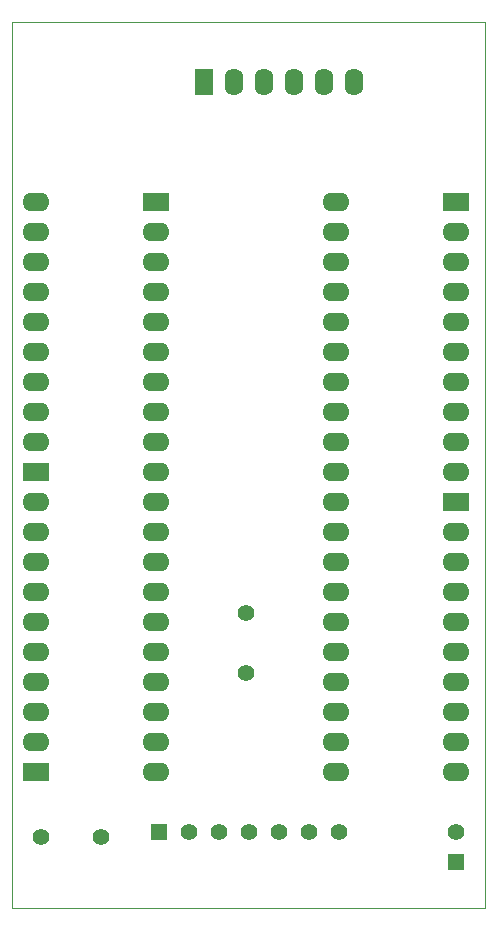
<source format=gbs>
G04 #@! TF.FileFunction,Soldermask,Bot*
%FSLAX46Y46*%
G04 Gerber Fmt 4.6, Leading zero omitted, Abs format (unit mm)*
G04 Created by KiCad (PCBNEW (2015-01-16 BZR 5376)-product) date 6/25/2015 4:24:30 PM*
%MOMM*%
G01*
G04 APERTURE LIST*
%ADD10C,0.150000*%
%ADD11C,0.100000*%
%ADD12R,1.574800X2.286000*%
%ADD13O,1.574800X2.286000*%
%ADD14R,2.286000X1.574800*%
%ADD15O,2.286000X1.574800*%
%ADD16C,1.422400*%
%ADD17R,1.397000X1.397000*%
%ADD18C,1.397000*%
G04 APERTURE END LIST*
D10*
D11*
X228500000Y-150000000D02*
X188500000Y-150000000D01*
X228500000Y-75000000D02*
X228500000Y-150000000D01*
X188500000Y-75000000D02*
X188500000Y-150000000D01*
X188500000Y-75000000D02*
X228500000Y-75000000D01*
D12*
X204724000Y-80010000D03*
D13*
X207264000Y-80010000D03*
X209804000Y-80010000D03*
X212344000Y-80010000D03*
X214884000Y-80010000D03*
X217424000Y-80010000D03*
D14*
X190500000Y-113030000D03*
D15*
X190500000Y-110490000D03*
X190500000Y-107950000D03*
X190500000Y-105410000D03*
X190500000Y-102870000D03*
X190500000Y-100330000D03*
X190500000Y-97790000D03*
X190500000Y-95250000D03*
X190500000Y-92710000D03*
X190500000Y-90170000D03*
D14*
X190500000Y-138430000D03*
D15*
X190500000Y-135890000D03*
X190500000Y-133350000D03*
X190500000Y-130810000D03*
X190500000Y-128270000D03*
X190500000Y-125730000D03*
X190500000Y-123190000D03*
X190500000Y-120650000D03*
X190500000Y-118110000D03*
X190500000Y-115570000D03*
D14*
X226060000Y-115570000D03*
D15*
X226060000Y-118110000D03*
X226060000Y-120650000D03*
X226060000Y-123190000D03*
X226060000Y-125730000D03*
X226060000Y-128270000D03*
X226060000Y-130810000D03*
X226060000Y-133350000D03*
X226060000Y-135890000D03*
X226060000Y-138430000D03*
D14*
X226060000Y-90170000D03*
D15*
X226060000Y-92710000D03*
X226060000Y-95250000D03*
X226060000Y-97790000D03*
X226060000Y-100330000D03*
X226060000Y-102870000D03*
X226060000Y-105410000D03*
X226060000Y-107950000D03*
X226060000Y-110490000D03*
X226060000Y-113030000D03*
D16*
X208280000Y-130048000D03*
X208280000Y-124968000D03*
D14*
X200660000Y-90170000D03*
D15*
X200660000Y-92710000D03*
X200660000Y-95250000D03*
X200660000Y-97790000D03*
X200660000Y-100330000D03*
X200660000Y-102870000D03*
X200660000Y-105410000D03*
X200660000Y-107950000D03*
X200660000Y-110490000D03*
X200660000Y-113030000D03*
X200660000Y-115570000D03*
X200660000Y-118110000D03*
X200660000Y-120650000D03*
X200660000Y-123190000D03*
X200660000Y-125730000D03*
X200660000Y-128270000D03*
X200660000Y-130810000D03*
X200660000Y-133350000D03*
X200660000Y-135890000D03*
X200660000Y-138430000D03*
X215900000Y-138430000D03*
X215900000Y-135890000D03*
X215900000Y-133350000D03*
X215900000Y-130810000D03*
X215900000Y-128270000D03*
X215900000Y-125730000D03*
X215900000Y-123190000D03*
X215900000Y-120650000D03*
X215900000Y-118110000D03*
X215900000Y-115570000D03*
X215900000Y-113030000D03*
X215900000Y-110490000D03*
X215900000Y-107950000D03*
X215900000Y-105410000D03*
X215900000Y-102870000D03*
X215900000Y-100330000D03*
X215900000Y-97790000D03*
X215900000Y-95250000D03*
X215900000Y-92710000D03*
X215900000Y-90170000D03*
D17*
X200914000Y-143510000D03*
D18*
X203454000Y-143510000D03*
X205994000Y-143510000D03*
X208534000Y-143510000D03*
X211074000Y-143510000D03*
X213614000Y-143510000D03*
X216154000Y-143510000D03*
D17*
X226060000Y-146050000D03*
D18*
X226060000Y-143510000D03*
X196040000Y-144000000D03*
X190960000Y-144000000D03*
M02*

</source>
